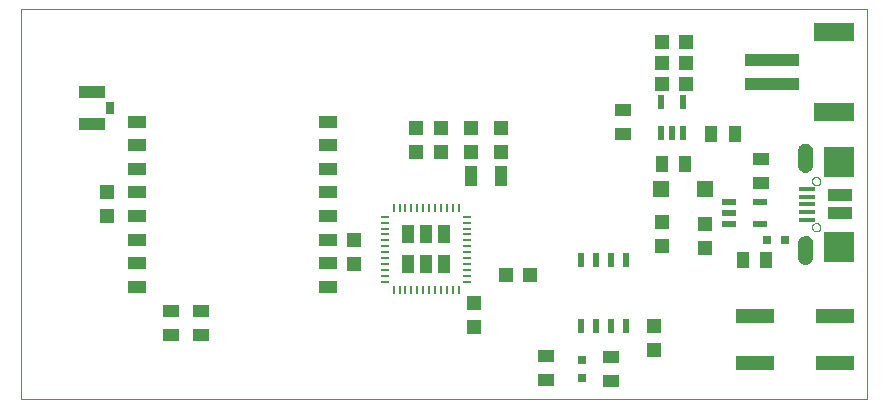
<source format=gtp>
G75*
%MOIN*%
%OFA0B0*%
%FSLAX25Y25*%
%IPPOS*%
%LPD*%
%AMOC8*
5,1,8,0,0,1.08239X$1,22.5*
%
%ADD10C,0.00000*%
%ADD11R,0.05118X0.04724*%
%ADD12R,0.04724X0.05118*%
%ADD13R,0.05512X0.05512*%
%ADD14R,0.03150X0.03150*%
%ADD15R,0.04331X0.05512*%
%ADD16R,0.05512X0.04331*%
%ADD17R,0.12598X0.04724*%
%ADD18R,0.03937X0.05906*%
%ADD19R,0.00984X0.02953*%
%ADD20R,0.02953X0.00984*%
%ADD21R,0.02165X0.04724*%
%ADD22R,0.04724X0.02165*%
%ADD23R,0.05906X0.03937*%
%ADD24R,0.09843X0.09843*%
%ADD25R,0.07874X0.03937*%
%ADD26R,0.05315X0.01575*%
%ADD27C,0.00500*%
%ADD28R,0.08661X0.04134*%
%ADD29R,0.03150X0.03937*%
%ADD30R,0.18110X0.03937*%
%ADD31R,0.13386X0.06299*%
%ADD32R,0.03937X0.07087*%
%ADD33R,0.02362X0.04724*%
D10*
X0001300Y0001300D02*
X0001300Y0131300D01*
X0283221Y0131300D01*
X0283221Y0001300D01*
X0001300Y0001300D01*
X0264922Y0058623D02*
X0264924Y0058697D01*
X0264930Y0058771D01*
X0264940Y0058844D01*
X0264954Y0058917D01*
X0264971Y0058989D01*
X0264993Y0059059D01*
X0265018Y0059129D01*
X0265047Y0059197D01*
X0265080Y0059263D01*
X0265116Y0059328D01*
X0265156Y0059390D01*
X0265198Y0059451D01*
X0265244Y0059509D01*
X0265293Y0059564D01*
X0265345Y0059617D01*
X0265400Y0059667D01*
X0265457Y0059713D01*
X0265517Y0059757D01*
X0265579Y0059797D01*
X0265643Y0059834D01*
X0265709Y0059868D01*
X0265777Y0059898D01*
X0265846Y0059924D01*
X0265917Y0059947D01*
X0265988Y0059965D01*
X0266061Y0059980D01*
X0266134Y0059991D01*
X0266208Y0059998D01*
X0266282Y0060001D01*
X0266355Y0060000D01*
X0266429Y0059995D01*
X0266503Y0059986D01*
X0266576Y0059973D01*
X0266648Y0059956D01*
X0266719Y0059936D01*
X0266789Y0059911D01*
X0266857Y0059883D01*
X0266924Y0059852D01*
X0266989Y0059816D01*
X0267052Y0059778D01*
X0267113Y0059736D01*
X0267172Y0059690D01*
X0267228Y0059642D01*
X0267281Y0059591D01*
X0267331Y0059537D01*
X0267379Y0059480D01*
X0267423Y0059421D01*
X0267465Y0059359D01*
X0267503Y0059296D01*
X0267537Y0059230D01*
X0267568Y0059163D01*
X0267595Y0059094D01*
X0267618Y0059024D01*
X0267638Y0058953D01*
X0267654Y0058880D01*
X0267666Y0058807D01*
X0267674Y0058734D01*
X0267678Y0058660D01*
X0267678Y0058586D01*
X0267674Y0058512D01*
X0267666Y0058439D01*
X0267654Y0058366D01*
X0267638Y0058293D01*
X0267618Y0058222D01*
X0267595Y0058152D01*
X0267568Y0058083D01*
X0267537Y0058016D01*
X0267503Y0057950D01*
X0267465Y0057887D01*
X0267423Y0057825D01*
X0267379Y0057766D01*
X0267331Y0057709D01*
X0267281Y0057655D01*
X0267228Y0057604D01*
X0267172Y0057556D01*
X0267113Y0057510D01*
X0267052Y0057468D01*
X0266989Y0057430D01*
X0266924Y0057394D01*
X0266857Y0057363D01*
X0266789Y0057335D01*
X0266719Y0057310D01*
X0266648Y0057290D01*
X0266576Y0057273D01*
X0266503Y0057260D01*
X0266429Y0057251D01*
X0266355Y0057246D01*
X0266282Y0057245D01*
X0266208Y0057248D01*
X0266134Y0057255D01*
X0266061Y0057266D01*
X0265988Y0057281D01*
X0265917Y0057299D01*
X0265846Y0057322D01*
X0265777Y0057348D01*
X0265709Y0057378D01*
X0265643Y0057412D01*
X0265579Y0057449D01*
X0265517Y0057489D01*
X0265457Y0057533D01*
X0265400Y0057579D01*
X0265345Y0057629D01*
X0265293Y0057682D01*
X0265244Y0057737D01*
X0265198Y0057795D01*
X0265156Y0057856D01*
X0265116Y0057918D01*
X0265080Y0057983D01*
X0265047Y0058049D01*
X0265018Y0058117D01*
X0264993Y0058187D01*
X0264971Y0058257D01*
X0264954Y0058329D01*
X0264940Y0058402D01*
X0264930Y0058475D01*
X0264924Y0058549D01*
X0264922Y0058623D01*
X0272599Y0053898D02*
X0274765Y0053898D01*
X0274765Y0053899D02*
X0274839Y0053902D01*
X0274914Y0053901D01*
X0274989Y0053897D01*
X0275064Y0053888D01*
X0275138Y0053876D01*
X0275211Y0053860D01*
X0275284Y0053841D01*
X0275355Y0053818D01*
X0275425Y0053791D01*
X0275494Y0053761D01*
X0275561Y0053727D01*
X0275626Y0053690D01*
X0275689Y0053650D01*
X0275750Y0053607D01*
X0275809Y0053560D01*
X0275865Y0053511D01*
X0275919Y0053459D01*
X0275970Y0053404D01*
X0276019Y0053346D01*
X0276064Y0053287D01*
X0276106Y0053225D01*
X0276145Y0053161D01*
X0276181Y0053095D01*
X0276214Y0053027D01*
X0276243Y0052958D01*
X0276268Y0052887D01*
X0276290Y0052816D01*
X0276308Y0052743D01*
X0276322Y0052669D01*
X0276333Y0052595D01*
X0276340Y0052520D01*
X0276339Y0052520D02*
X0276339Y0051733D01*
X0276340Y0051733D02*
X0276333Y0051658D01*
X0276322Y0051584D01*
X0276308Y0051510D01*
X0276290Y0051437D01*
X0276268Y0051366D01*
X0276243Y0051295D01*
X0276214Y0051226D01*
X0276181Y0051158D01*
X0276145Y0051092D01*
X0276106Y0051028D01*
X0276064Y0050966D01*
X0276019Y0050907D01*
X0275970Y0050849D01*
X0275919Y0050794D01*
X0275865Y0050742D01*
X0275809Y0050693D01*
X0275750Y0050646D01*
X0275689Y0050603D01*
X0275626Y0050563D01*
X0275561Y0050526D01*
X0275494Y0050492D01*
X0275425Y0050462D01*
X0275355Y0050435D01*
X0275284Y0050412D01*
X0275211Y0050393D01*
X0275138Y0050377D01*
X0275064Y0050365D01*
X0274989Y0050356D01*
X0274914Y0050352D01*
X0274839Y0050351D01*
X0274765Y0050354D01*
X0274765Y0050355D02*
X0272599Y0050355D01*
X0272527Y0050357D01*
X0272455Y0050363D01*
X0272383Y0050372D01*
X0272312Y0050385D01*
X0272242Y0050402D01*
X0272173Y0050422D01*
X0272105Y0050447D01*
X0272039Y0050474D01*
X0271973Y0050505D01*
X0271910Y0050540D01*
X0271848Y0050577D01*
X0271789Y0050618D01*
X0271732Y0050662D01*
X0271677Y0050709D01*
X0271625Y0050759D01*
X0271575Y0050811D01*
X0271528Y0050866D01*
X0271484Y0050923D01*
X0271443Y0050982D01*
X0271406Y0051044D01*
X0271371Y0051107D01*
X0271340Y0051173D01*
X0271313Y0051239D01*
X0271288Y0051307D01*
X0271268Y0051376D01*
X0271251Y0051446D01*
X0271238Y0051517D01*
X0271229Y0051589D01*
X0271223Y0051661D01*
X0271221Y0051733D01*
X0271221Y0052520D01*
X0271223Y0052592D01*
X0271229Y0052664D01*
X0271238Y0052736D01*
X0271251Y0052807D01*
X0271268Y0052877D01*
X0271288Y0052946D01*
X0271313Y0053014D01*
X0271340Y0053080D01*
X0271371Y0053146D01*
X0271406Y0053209D01*
X0271443Y0053271D01*
X0271484Y0053330D01*
X0271528Y0053387D01*
X0271575Y0053442D01*
X0271625Y0053494D01*
X0271677Y0053544D01*
X0271732Y0053591D01*
X0271789Y0053635D01*
X0271848Y0053676D01*
X0271910Y0053713D01*
X0271973Y0053748D01*
X0272039Y0053779D01*
X0272105Y0053806D01*
X0272173Y0053831D01*
X0272242Y0053851D01*
X0272312Y0053868D01*
X0272383Y0053881D01*
X0272455Y0053890D01*
X0272527Y0053896D01*
X0272599Y0053898D01*
X0264922Y0073977D02*
X0264924Y0074051D01*
X0264930Y0074125D01*
X0264940Y0074198D01*
X0264954Y0074271D01*
X0264971Y0074343D01*
X0264993Y0074413D01*
X0265018Y0074483D01*
X0265047Y0074551D01*
X0265080Y0074617D01*
X0265116Y0074682D01*
X0265156Y0074744D01*
X0265198Y0074805D01*
X0265244Y0074863D01*
X0265293Y0074918D01*
X0265345Y0074971D01*
X0265400Y0075021D01*
X0265457Y0075067D01*
X0265517Y0075111D01*
X0265579Y0075151D01*
X0265643Y0075188D01*
X0265709Y0075222D01*
X0265777Y0075252D01*
X0265846Y0075278D01*
X0265917Y0075301D01*
X0265988Y0075319D01*
X0266061Y0075334D01*
X0266134Y0075345D01*
X0266208Y0075352D01*
X0266282Y0075355D01*
X0266355Y0075354D01*
X0266429Y0075349D01*
X0266503Y0075340D01*
X0266576Y0075327D01*
X0266648Y0075310D01*
X0266719Y0075290D01*
X0266789Y0075265D01*
X0266857Y0075237D01*
X0266924Y0075206D01*
X0266989Y0075170D01*
X0267052Y0075132D01*
X0267113Y0075090D01*
X0267172Y0075044D01*
X0267228Y0074996D01*
X0267281Y0074945D01*
X0267331Y0074891D01*
X0267379Y0074834D01*
X0267423Y0074775D01*
X0267465Y0074713D01*
X0267503Y0074650D01*
X0267537Y0074584D01*
X0267568Y0074517D01*
X0267595Y0074448D01*
X0267618Y0074378D01*
X0267638Y0074307D01*
X0267654Y0074234D01*
X0267666Y0074161D01*
X0267674Y0074088D01*
X0267678Y0074014D01*
X0267678Y0073940D01*
X0267674Y0073866D01*
X0267666Y0073793D01*
X0267654Y0073720D01*
X0267638Y0073647D01*
X0267618Y0073576D01*
X0267595Y0073506D01*
X0267568Y0073437D01*
X0267537Y0073370D01*
X0267503Y0073304D01*
X0267465Y0073241D01*
X0267423Y0073179D01*
X0267379Y0073120D01*
X0267331Y0073063D01*
X0267281Y0073009D01*
X0267228Y0072958D01*
X0267172Y0072910D01*
X0267113Y0072864D01*
X0267052Y0072822D01*
X0266989Y0072784D01*
X0266924Y0072748D01*
X0266857Y0072717D01*
X0266789Y0072689D01*
X0266719Y0072664D01*
X0266648Y0072644D01*
X0266576Y0072627D01*
X0266503Y0072614D01*
X0266429Y0072605D01*
X0266355Y0072600D01*
X0266282Y0072599D01*
X0266208Y0072602D01*
X0266134Y0072609D01*
X0266061Y0072620D01*
X0265988Y0072635D01*
X0265917Y0072653D01*
X0265846Y0072676D01*
X0265777Y0072702D01*
X0265709Y0072732D01*
X0265643Y0072766D01*
X0265579Y0072803D01*
X0265517Y0072843D01*
X0265457Y0072887D01*
X0265400Y0072933D01*
X0265345Y0072983D01*
X0265293Y0073036D01*
X0265244Y0073091D01*
X0265198Y0073149D01*
X0265156Y0073210D01*
X0265116Y0073272D01*
X0265080Y0073337D01*
X0265047Y0073403D01*
X0265018Y0073471D01*
X0264993Y0073541D01*
X0264971Y0073611D01*
X0264954Y0073683D01*
X0264940Y0073756D01*
X0264930Y0073829D01*
X0264924Y0073903D01*
X0264922Y0073977D01*
X0272599Y0078702D02*
X0274961Y0078702D01*
X0274962Y0078701D02*
X0275039Y0078713D01*
X0275115Y0078728D01*
X0275191Y0078747D01*
X0275265Y0078770D01*
X0275339Y0078796D01*
X0275410Y0078826D01*
X0275481Y0078860D01*
X0275549Y0078896D01*
X0275616Y0078937D01*
X0275681Y0078980D01*
X0275743Y0079026D01*
X0275804Y0079076D01*
X0275861Y0079128D01*
X0275916Y0079184D01*
X0275968Y0079241D01*
X0276018Y0079302D01*
X0276064Y0079364D01*
X0276107Y0079429D01*
X0276147Y0079496D01*
X0276184Y0079565D01*
X0276217Y0079635D01*
X0276247Y0079707D01*
X0276273Y0079781D01*
X0276295Y0079855D01*
X0276314Y0079931D01*
X0276329Y0080007D01*
X0276340Y0080084D01*
X0276348Y0080162D01*
X0276352Y0080240D01*
X0276351Y0080318D01*
X0276348Y0080395D01*
X0276340Y0080473D01*
X0276348Y0080551D01*
X0276351Y0080628D01*
X0276352Y0080706D01*
X0276348Y0080784D01*
X0276340Y0080862D01*
X0276329Y0080939D01*
X0276314Y0081015D01*
X0276295Y0081091D01*
X0276273Y0081165D01*
X0276247Y0081239D01*
X0276217Y0081311D01*
X0276184Y0081381D01*
X0276147Y0081450D01*
X0276107Y0081517D01*
X0276064Y0081582D01*
X0276018Y0081644D01*
X0275968Y0081705D01*
X0275916Y0081762D01*
X0275861Y0081818D01*
X0275804Y0081870D01*
X0275743Y0081920D01*
X0275681Y0081966D01*
X0275616Y0082009D01*
X0275549Y0082050D01*
X0275481Y0082086D01*
X0275410Y0082120D01*
X0275339Y0082150D01*
X0275265Y0082176D01*
X0275191Y0082199D01*
X0275115Y0082218D01*
X0275039Y0082233D01*
X0274962Y0082245D01*
X0274961Y0082245D02*
X0272599Y0082245D01*
X0272522Y0082233D01*
X0272446Y0082218D01*
X0272370Y0082199D01*
X0272296Y0082176D01*
X0272222Y0082150D01*
X0272151Y0082120D01*
X0272080Y0082086D01*
X0272012Y0082050D01*
X0271945Y0082009D01*
X0271880Y0081966D01*
X0271818Y0081920D01*
X0271757Y0081870D01*
X0271700Y0081818D01*
X0271645Y0081762D01*
X0271593Y0081705D01*
X0271543Y0081644D01*
X0271497Y0081582D01*
X0271454Y0081517D01*
X0271414Y0081450D01*
X0271377Y0081381D01*
X0271344Y0081311D01*
X0271314Y0081239D01*
X0271288Y0081165D01*
X0271266Y0081091D01*
X0271247Y0081015D01*
X0271232Y0080939D01*
X0271221Y0080862D01*
X0271213Y0080784D01*
X0271209Y0080706D01*
X0271210Y0080628D01*
X0271213Y0080551D01*
X0271221Y0080473D01*
X0271213Y0080395D01*
X0271210Y0080318D01*
X0271209Y0080240D01*
X0271213Y0080162D01*
X0271221Y0080084D01*
X0271232Y0080007D01*
X0271247Y0079931D01*
X0271266Y0079855D01*
X0271288Y0079781D01*
X0271314Y0079707D01*
X0271344Y0079635D01*
X0271377Y0079565D01*
X0271414Y0079496D01*
X0271454Y0079429D01*
X0271497Y0079364D01*
X0271543Y0079302D01*
X0271593Y0079241D01*
X0271645Y0079184D01*
X0271700Y0079128D01*
X0271757Y0079076D01*
X0271818Y0079026D01*
X0271880Y0078980D01*
X0271945Y0078937D01*
X0272012Y0078896D01*
X0272080Y0078860D01*
X0272151Y0078826D01*
X0272222Y0078796D01*
X0272296Y0078770D01*
X0272370Y0078747D01*
X0272446Y0078728D01*
X0272522Y0078713D01*
X0272599Y0078701D01*
D11*
X0229300Y0059800D03*
X0214800Y0060300D03*
X0214800Y0052300D03*
X0229300Y0051800D03*
X0212300Y0025800D03*
X0212300Y0017800D03*
X0152300Y0025300D03*
X0152300Y0033300D03*
X0112300Y0046300D03*
X0112300Y0054300D03*
X0132800Y0083800D03*
X0141300Y0083800D03*
X0151300Y0083800D03*
X0161300Y0083800D03*
X0161300Y0091800D03*
X0151300Y0091800D03*
X0141300Y0091800D03*
X0132800Y0091800D03*
X0029800Y0070300D03*
X0029800Y0062300D03*
D12*
X0162800Y0042800D03*
X0170800Y0042800D03*
X0214800Y0106300D03*
X0222800Y0106300D03*
X0222800Y0113300D03*
X0214800Y0113300D03*
X0214800Y0120300D03*
X0222800Y0120300D03*
D13*
X0229083Y0071300D03*
X0214517Y0071300D03*
D14*
X0249847Y0054300D03*
X0255753Y0054300D03*
X0188300Y0014253D03*
X0188300Y0008347D03*
D15*
X0241863Y0047800D03*
X0249737Y0047800D03*
X0222737Y0079800D03*
X0214863Y0079800D03*
X0231363Y0089800D03*
X0239237Y0089800D03*
D16*
X0247800Y0081237D03*
X0247800Y0073363D03*
X0201800Y0089863D03*
X0201800Y0097737D03*
X0061300Y0030737D03*
X0051300Y0030737D03*
X0051300Y0022863D03*
X0061300Y0022863D03*
X0176300Y0015737D03*
X0176300Y0007863D03*
X0197800Y0007363D03*
X0197800Y0015237D03*
D17*
X0245914Y0013426D03*
X0272686Y0013426D03*
X0272686Y0029174D03*
X0245914Y0029174D03*
D18*
X0142206Y0046379D03*
X0136300Y0046379D03*
X0130394Y0046379D03*
X0130394Y0056221D03*
X0136300Y0056221D03*
X0142206Y0056221D03*
D19*
X0143190Y0064981D03*
X0145158Y0064981D03*
X0147127Y0064981D03*
X0141221Y0064981D03*
X0139253Y0064981D03*
X0137284Y0064981D03*
X0135316Y0064981D03*
X0133347Y0064981D03*
X0131379Y0064981D03*
X0129410Y0064981D03*
X0127442Y0064981D03*
X0125473Y0064981D03*
X0125473Y0037619D03*
X0127442Y0037619D03*
X0129410Y0037619D03*
X0131379Y0037619D03*
X0133347Y0037619D03*
X0135316Y0037619D03*
X0137284Y0037619D03*
X0139253Y0037619D03*
X0141221Y0037619D03*
X0143190Y0037619D03*
X0145158Y0037619D03*
X0147127Y0037619D03*
D20*
X0149981Y0040473D03*
X0149981Y0042442D03*
X0149981Y0044410D03*
X0149981Y0046379D03*
X0149981Y0048347D03*
X0149981Y0050316D03*
X0149981Y0052284D03*
X0149981Y0054253D03*
X0149981Y0056221D03*
X0149981Y0058190D03*
X0149981Y0060158D03*
X0149981Y0062127D03*
X0122619Y0062127D03*
X0122619Y0060158D03*
X0122619Y0058190D03*
X0122619Y0056221D03*
X0122619Y0054253D03*
X0122619Y0052284D03*
X0122619Y0050316D03*
X0122619Y0048347D03*
X0122619Y0046379D03*
X0122619Y0044410D03*
X0122619Y0042442D03*
X0122619Y0040473D03*
D21*
X0214560Y0090181D03*
X0218300Y0090181D03*
X0222040Y0090181D03*
X0222040Y0100419D03*
X0214560Y0100419D03*
D22*
X0237181Y0067040D03*
X0237181Y0063300D03*
X0237181Y0059560D03*
X0247419Y0059560D03*
X0247419Y0067040D03*
D23*
X0103690Y0070237D03*
X0103690Y0062363D03*
X0103690Y0054489D03*
X0103690Y0046615D03*
X0103690Y0038741D03*
X0039910Y0038741D03*
X0039910Y0046615D03*
X0039910Y0054489D03*
X0039910Y0062363D03*
X0039910Y0070237D03*
X0039910Y0078111D03*
X0039910Y0085985D03*
X0039910Y0093859D03*
X0103690Y0093859D03*
X0103690Y0085985D03*
X0103690Y0078111D03*
D24*
X0273780Y0080473D03*
X0273780Y0052127D03*
D25*
X0274174Y0063347D03*
X0274174Y0069253D03*
D26*
X0263249Y0068859D03*
X0263249Y0066300D03*
X0263249Y0063741D03*
X0263249Y0061182D03*
X0263249Y0071418D03*
D27*
X0262757Y0077127D02*
X0262317Y0077189D01*
X0261898Y0077337D01*
X0261516Y0077563D01*
X0261185Y0077859D01*
X0260918Y0078215D01*
X0260726Y0078615D01*
X0260616Y0079045D01*
X0260591Y0079489D01*
X0260591Y0083820D01*
X0260626Y0084326D01*
X0260773Y0084812D01*
X0261024Y0085253D01*
X0261367Y0085627D01*
X0261784Y0085915D01*
X0262255Y0086103D01*
X0262757Y0086182D01*
X0263196Y0086119D01*
X0263616Y0085972D01*
X0263998Y0085746D01*
X0264329Y0085449D01*
X0264595Y0085094D01*
X0264787Y0084693D01*
X0264898Y0084263D01*
X0264922Y0083820D01*
X0264922Y0079489D01*
X0264898Y0079045D01*
X0264787Y0078615D01*
X0264595Y0078215D01*
X0264329Y0077859D01*
X0263998Y0077563D01*
X0263616Y0077337D01*
X0263196Y0077189D01*
X0262757Y0077127D01*
X0264008Y0077572D02*
X0261505Y0077572D01*
X0261026Y0078071D02*
X0264487Y0078071D01*
X0264765Y0078569D02*
X0260748Y0078569D01*
X0260614Y0079068D02*
X0264899Y0079068D01*
X0264922Y0079566D02*
X0260591Y0079566D01*
X0260591Y0080065D02*
X0264922Y0080065D01*
X0264922Y0080563D02*
X0260591Y0080563D01*
X0260591Y0081062D02*
X0264922Y0081062D01*
X0264922Y0081560D02*
X0260591Y0081560D01*
X0260591Y0082059D02*
X0264922Y0082059D01*
X0264922Y0082557D02*
X0260591Y0082557D01*
X0260591Y0083056D02*
X0264922Y0083056D01*
X0264922Y0083554D02*
X0260591Y0083554D01*
X0260607Y0084053D02*
X0264909Y0084053D01*
X0264824Y0084551D02*
X0260694Y0084551D01*
X0260908Y0085050D02*
X0264616Y0085050D01*
X0264218Y0085548D02*
X0261295Y0085548D01*
X0262114Y0086047D02*
X0263402Y0086047D01*
X0262757Y0055473D02*
X0262255Y0055395D01*
X0261784Y0055206D01*
X0261367Y0054918D01*
X0261024Y0054544D01*
X0260773Y0054103D01*
X0260626Y0053617D01*
X0260591Y0053111D01*
X0260591Y0048780D01*
X0260616Y0048337D01*
X0260726Y0047907D01*
X0260918Y0047506D01*
X0261185Y0047151D01*
X0261516Y0046854D01*
X0261898Y0046628D01*
X0262317Y0046481D01*
X0262757Y0046418D01*
X0263196Y0046481D01*
X0263616Y0046628D01*
X0263998Y0046854D01*
X0264329Y0047151D01*
X0264595Y0047506D01*
X0264787Y0047907D01*
X0264898Y0048337D01*
X0264922Y0048780D01*
X0264922Y0053111D01*
X0264898Y0053555D01*
X0264787Y0053985D01*
X0264595Y0054385D01*
X0264329Y0054741D01*
X0263998Y0055037D01*
X0263616Y0055263D01*
X0263196Y0055411D01*
X0262757Y0055473D01*
X0263825Y0055139D02*
X0261687Y0055139D01*
X0261113Y0054641D02*
X0264404Y0054641D01*
X0264712Y0054142D02*
X0260795Y0054142D01*
X0260634Y0053644D02*
X0264875Y0053644D01*
X0264920Y0053145D02*
X0260594Y0053145D01*
X0260591Y0052647D02*
X0264922Y0052647D01*
X0264922Y0052148D02*
X0260591Y0052148D01*
X0260591Y0051650D02*
X0264922Y0051650D01*
X0264922Y0051151D02*
X0260591Y0051151D01*
X0260591Y0050653D02*
X0264922Y0050653D01*
X0264922Y0050154D02*
X0260591Y0050154D01*
X0260591Y0049656D02*
X0264922Y0049656D01*
X0264922Y0049157D02*
X0260591Y0049157D01*
X0260598Y0048659D02*
X0264915Y0048659D01*
X0264852Y0048160D02*
X0260661Y0048160D01*
X0260844Y0047662D02*
X0264670Y0047662D01*
X0264338Y0047163D02*
X0261176Y0047163D01*
X0261836Y0046665D02*
X0263677Y0046665D01*
D28*
X0024800Y0092887D03*
X0024800Y0103713D03*
D29*
X0030804Y0098300D03*
D30*
X0251733Y0106363D03*
X0251733Y0114237D03*
D31*
X0272206Y0123686D03*
X0272206Y0096914D03*
D32*
X0161221Y0075800D03*
X0151379Y0075800D03*
D33*
X0187800Y0047824D03*
X0192800Y0047824D03*
X0197800Y0047824D03*
X0202800Y0047824D03*
X0202800Y0025776D03*
X0197800Y0025776D03*
X0192800Y0025776D03*
X0187800Y0025776D03*
M02*

</source>
